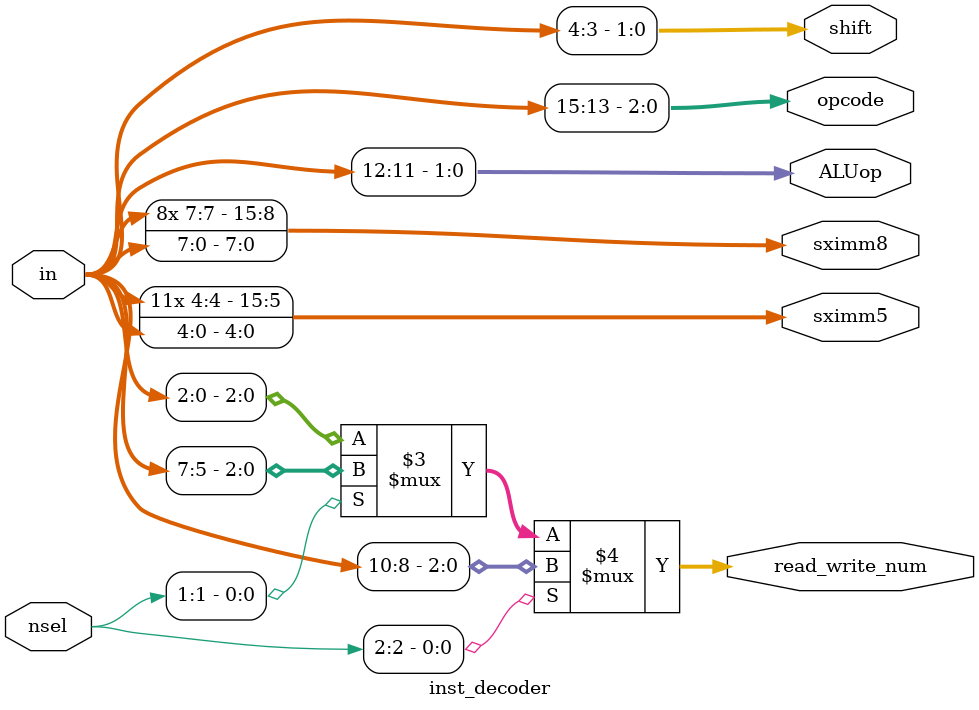
<source format=v>
module inst_decoder (in, nsel, opcode, ALUop, sximm5, sximm8, shift, read_write_num);
   input [15:0] in;
   input [2:0]  nsel;
   output [2:0] opcode, read_write_num;
   output [1:0] ALUop, shift;
   output [15:0] sximm5, sximm8;

   //The following breaks the input bus into smaller, more managable wires
   assign opcode = in[15:13];
   assign ALUop = in[12:11];
   //Sign extend the lower 5 bits
   assign sximm5 = {{11{in[4]}}, in[4:0]};
   //Sign extend the lower 8 bits
   assign sximm8 = {{8{in[7]}}, in[7:0]};
   assign shift = in[4:3];

   assign read_write_num = (nsel[2] == 1) ? in[10:8] : (nsel[1] == 1) ? in[7:5] : in[2:0];

endmodule

</source>
